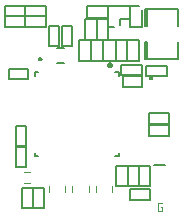
<source format=gbr>
G04 EAGLE Gerber RS-274X export*
G75*
%MOMM*%
%FSLAX34Y34*%
%LPD*%
%INSilkscreen Top*%
%IPPOS*%
%AMOC8*
5,1,8,0,0,1.08239X$1,22.5*%
G01*
%ADD10C,0.127000*%
%ADD11C,0.101600*%
%ADD12C,0.152400*%
%ADD13C,0.254000*%
%ADD14C,0.120000*%
%ADD15C,0.200000*%
%ADD16C,0.203200*%


D10*
X39300Y142000D02*
X48000Y142000D01*
X48000Y159000D01*
X39300Y159000D01*
X39300Y142000D01*
X50000Y142000D02*
X50000Y159000D01*
X50000Y142000D02*
X59000Y142000D01*
X59000Y159000D01*
X50000Y159000D01*
X100500Y125500D02*
X100500Y117000D01*
X117500Y117000D01*
X117500Y125500D01*
X100500Y125500D01*
X121500Y125000D02*
X121500Y116000D01*
X139000Y116000D01*
X139000Y125000D01*
X121500Y125000D01*
X101500Y116000D02*
X101500Y107000D01*
X118000Y107000D01*
X118000Y116000D01*
X101500Y116000D01*
X123500Y85500D02*
X123500Y76000D01*
X141000Y76000D01*
X141000Y85500D01*
X123500Y85500D01*
X123500Y66000D02*
X140500Y66000D01*
X140500Y75000D01*
X123500Y75000D01*
X123500Y66000D01*
X21500Y113500D02*
X5000Y113500D01*
X21500Y113500D02*
X21500Y122500D01*
X5000Y122500D01*
X5000Y113500D01*
X11000Y74000D02*
X11000Y57000D01*
X19500Y57000D01*
X19500Y74000D01*
X11000Y74000D01*
X11000Y56000D02*
X20000Y56000D01*
X19500Y55500D01*
X19500Y39000D01*
X11000Y39000D01*
X11000Y56000D01*
X96000Y23000D02*
X106000Y23000D01*
X115000Y23000D01*
X125000Y23000D01*
X125000Y40000D01*
X115000Y40000D01*
X106000Y40000D01*
X96000Y40000D01*
X96000Y23000D01*
X106000Y23000D02*
X106000Y40000D01*
X115000Y40000D02*
X115000Y23000D01*
X108000Y11500D02*
X125000Y11500D01*
X125000Y20500D01*
X108000Y20500D01*
X108000Y11500D01*
D11*
X134001Y5886D02*
X135187Y5878D01*
X135159Y1927D01*
X132789Y1943D01*
X132789Y1944D02*
X132711Y1946D01*
X132634Y1953D01*
X132557Y1963D01*
X132481Y1977D01*
X132405Y1994D01*
X132331Y2015D01*
X132257Y2040D01*
X132185Y2069D01*
X132115Y2100D01*
X132045Y2136D01*
X131978Y2174D01*
X131913Y2216D01*
X131850Y2262D01*
X131789Y2310D01*
X131731Y2361D01*
X131675Y2415D01*
X131622Y2471D01*
X131572Y2530D01*
X131524Y2592D01*
X131480Y2655D01*
X131439Y2721D01*
X131401Y2789D01*
X131367Y2858D01*
X131336Y2930D01*
X131309Y3002D01*
X131285Y3076D01*
X131265Y3151D01*
X131248Y3227D01*
X131236Y3303D01*
X131227Y3380D01*
X131221Y3458D01*
X131220Y3535D01*
X131219Y3535D02*
X131247Y7486D01*
X131249Y7564D01*
X131256Y7641D01*
X131266Y7718D01*
X131280Y7794D01*
X131297Y7870D01*
X131318Y7944D01*
X131343Y8018D01*
X131372Y8090D01*
X131403Y8160D01*
X131439Y8230D01*
X131477Y8297D01*
X131519Y8362D01*
X131565Y8425D01*
X131613Y8486D01*
X131664Y8544D01*
X131718Y8600D01*
X131774Y8653D01*
X131833Y8703D01*
X131895Y8751D01*
X131958Y8795D01*
X132024Y8836D01*
X132092Y8874D01*
X132161Y8908D01*
X132233Y8939D01*
X132305Y8966D01*
X132379Y8990D01*
X132454Y9010D01*
X132530Y9027D01*
X132606Y9039D01*
X132683Y9048D01*
X132760Y9054D01*
X132838Y9055D01*
X135209Y9039D01*
D10*
X26000Y5000D02*
X16000Y5000D01*
X26000Y5000D02*
X35000Y5000D01*
X35000Y22000D01*
X26000Y22000D01*
X16000Y22000D01*
X16000Y5000D01*
X26000Y5000D02*
X26000Y22000D01*
X2000Y167000D02*
X2000Y176000D01*
X2000Y167000D02*
X2000Y157500D01*
X19000Y157500D01*
X19000Y176000D01*
X2000Y176000D01*
X19000Y176000D02*
X36500Y176000D01*
X36500Y167000D01*
X36500Y157500D01*
X19000Y157500D01*
X2000Y167000D02*
X36500Y167000D01*
X64500Y129500D02*
X74500Y129500D01*
X85000Y129500D01*
X95500Y129500D01*
X105500Y129500D01*
X115500Y129500D01*
X115500Y147000D01*
X105500Y147000D01*
X95500Y147000D01*
X89000Y147000D01*
X85000Y147000D01*
X79500Y147000D01*
X74500Y147000D01*
X69500Y147000D01*
X64500Y147000D01*
X64500Y129500D01*
X74500Y129500D02*
X74500Y147000D01*
X85000Y147000D02*
X85000Y129500D01*
X95500Y129500D02*
X95500Y147000D01*
X105500Y147000D02*
X105500Y129500D01*
X69500Y147000D02*
X69500Y165000D01*
X79500Y165000D01*
X89000Y165000D01*
X89000Y147000D01*
X79500Y147000D02*
X79500Y165000D01*
X71500Y165500D02*
X71500Y175000D01*
X71500Y175500D02*
X89500Y175500D01*
X108000Y175500D01*
X115000Y175500D01*
X118000Y172500D02*
X118000Y158000D01*
X108000Y158000D01*
X108000Y165000D01*
X108000Y175500D01*
X89500Y165500D02*
X71500Y165500D01*
X89500Y165500D02*
X89500Y175500D01*
X99000Y165000D02*
X108000Y165000D01*
X94500Y157500D02*
X89500Y157500D01*
X99000Y160000D02*
X99000Y165000D01*
D12*
X98017Y119519D02*
X94969Y119519D01*
X29945Y119519D02*
X26897Y119519D01*
X26897Y51447D02*
X26897Y48399D01*
X26897Y116471D02*
X26897Y119519D01*
X94969Y48399D02*
X98017Y48399D01*
X29945Y48399D02*
X26897Y48399D01*
X98017Y48399D02*
X98017Y51447D01*
X98017Y116471D02*
X98017Y119519D01*
D13*
X90143Y124599D02*
X90073Y124601D01*
X90003Y124607D01*
X89934Y124616D01*
X89865Y124630D01*
X89797Y124647D01*
X89731Y124668D01*
X89665Y124692D01*
X89601Y124720D01*
X89539Y124752D01*
X89478Y124787D01*
X89419Y124825D01*
X89363Y124867D01*
X89309Y124911D01*
X89257Y124959D01*
X89209Y125009D01*
X89163Y125062D01*
X89120Y125117D01*
X89080Y125174D01*
X89043Y125234D01*
X89010Y125296D01*
X88980Y125359D01*
X88954Y125424D01*
X88931Y125490D01*
X88912Y125557D01*
X88897Y125626D01*
X88885Y125695D01*
X88877Y125764D01*
X88873Y125834D01*
X88873Y125904D01*
X88877Y125974D01*
X88885Y126043D01*
X88897Y126112D01*
X88912Y126181D01*
X88931Y126248D01*
X88954Y126314D01*
X88980Y126379D01*
X89010Y126442D01*
X89043Y126504D01*
X89080Y126564D01*
X89120Y126621D01*
X89163Y126676D01*
X89209Y126729D01*
X89257Y126779D01*
X89309Y126827D01*
X89363Y126871D01*
X89419Y126913D01*
X89478Y126951D01*
X89539Y126986D01*
X89601Y127018D01*
X89665Y127046D01*
X89731Y127070D01*
X89797Y127091D01*
X89865Y127108D01*
X89934Y127122D01*
X90003Y127131D01*
X90073Y127137D01*
X90143Y127139D01*
X90213Y127137D01*
X90283Y127131D01*
X90352Y127122D01*
X90421Y127108D01*
X90489Y127091D01*
X90555Y127070D01*
X90621Y127046D01*
X90685Y127018D01*
X90747Y126986D01*
X90808Y126951D01*
X90867Y126913D01*
X90923Y126871D01*
X90977Y126827D01*
X91029Y126779D01*
X91077Y126729D01*
X91123Y126676D01*
X91166Y126621D01*
X91206Y126564D01*
X91243Y126504D01*
X91276Y126442D01*
X91306Y126379D01*
X91332Y126314D01*
X91355Y126248D01*
X91374Y126181D01*
X91389Y126112D01*
X91401Y126043D01*
X91409Y125974D01*
X91413Y125904D01*
X91413Y125834D01*
X91409Y125764D01*
X91401Y125695D01*
X91389Y125626D01*
X91374Y125557D01*
X91355Y125490D01*
X91332Y125424D01*
X91306Y125359D01*
X91276Y125296D01*
X91243Y125234D01*
X91206Y125174D01*
X91166Y125117D01*
X91123Y125062D01*
X91077Y125009D01*
X91029Y124959D01*
X90977Y124911D01*
X90923Y124867D01*
X90867Y124825D01*
X90808Y124787D01*
X90747Y124752D01*
X90685Y124720D01*
X90621Y124692D01*
X90555Y124668D01*
X90489Y124647D01*
X90421Y124630D01*
X90352Y124616D01*
X90283Y124607D01*
X90213Y124601D01*
X90143Y124599D01*
D14*
X92764Y23297D02*
X92764Y18197D01*
X78764Y18197D02*
X78764Y23297D01*
X38840Y23237D02*
X38840Y18137D01*
X52840Y18137D02*
X52840Y23237D01*
X23132Y26029D02*
X18230Y26029D01*
X18230Y35029D02*
X23132Y35029D01*
X72844Y23204D02*
X72844Y18104D01*
X58844Y18104D02*
X58844Y23204D01*
D15*
X125294Y113538D02*
X125232Y113540D01*
X125171Y113546D01*
X125110Y113555D01*
X125050Y113568D01*
X124991Y113585D01*
X124933Y113606D01*
X124876Y113630D01*
X124821Y113657D01*
X124768Y113688D01*
X124716Y113722D01*
X124667Y113759D01*
X124620Y113799D01*
X124576Y113842D01*
X124535Y113887D01*
X124496Y113935D01*
X124460Y113986D01*
X124428Y114038D01*
X124399Y114092D01*
X124373Y114148D01*
X124351Y114206D01*
X124332Y114264D01*
X124317Y114324D01*
X124306Y114385D01*
X124298Y114446D01*
X124294Y114507D01*
X124294Y114569D01*
X124298Y114630D01*
X124306Y114691D01*
X124317Y114752D01*
X124332Y114812D01*
X124351Y114870D01*
X124373Y114928D01*
X124399Y114984D01*
X124428Y115038D01*
X124460Y115090D01*
X124496Y115141D01*
X124535Y115189D01*
X124576Y115234D01*
X124620Y115277D01*
X124667Y115317D01*
X124716Y115354D01*
X124768Y115388D01*
X124821Y115419D01*
X124876Y115446D01*
X124933Y115470D01*
X124991Y115491D01*
X125050Y115508D01*
X125110Y115521D01*
X125171Y115530D01*
X125232Y115536D01*
X125294Y115538D01*
X125356Y115536D01*
X125417Y115530D01*
X125478Y115521D01*
X125538Y115508D01*
X125597Y115491D01*
X125655Y115470D01*
X125712Y115446D01*
X125767Y115419D01*
X125820Y115388D01*
X125872Y115354D01*
X125921Y115317D01*
X125968Y115277D01*
X126012Y115234D01*
X126053Y115189D01*
X126092Y115141D01*
X126128Y115090D01*
X126160Y115038D01*
X126189Y114984D01*
X126215Y114928D01*
X126237Y114870D01*
X126256Y114812D01*
X126271Y114752D01*
X126282Y114691D01*
X126290Y114630D01*
X126294Y114569D01*
X126294Y114507D01*
X126290Y114446D01*
X126282Y114385D01*
X126271Y114324D01*
X126256Y114264D01*
X126237Y114206D01*
X126215Y114148D01*
X126189Y114092D01*
X126160Y114038D01*
X126128Y113986D01*
X126092Y113935D01*
X126053Y113887D01*
X126012Y113842D01*
X125968Y113799D01*
X125921Y113759D01*
X125872Y113722D01*
X125820Y113688D01*
X125767Y113657D01*
X125712Y113630D01*
X125655Y113606D01*
X125597Y113585D01*
X125538Y113568D01*
X125478Y113555D01*
X125417Y113546D01*
X125356Y113540D01*
X125294Y113538D01*
D12*
X51922Y127747D02*
X45922Y127747D01*
X45922Y139747D02*
X51922Y139747D01*
D15*
X30817Y130789D02*
X30819Y130852D01*
X30825Y130914D01*
X30835Y130976D01*
X30848Y131038D01*
X30866Y131098D01*
X30887Y131157D01*
X30912Y131215D01*
X30941Y131271D01*
X30973Y131325D01*
X31008Y131377D01*
X31046Y131426D01*
X31088Y131474D01*
X31132Y131518D01*
X31180Y131560D01*
X31229Y131598D01*
X31281Y131633D01*
X31335Y131665D01*
X31391Y131694D01*
X31449Y131719D01*
X31508Y131740D01*
X31568Y131758D01*
X31630Y131771D01*
X31692Y131781D01*
X31754Y131787D01*
X31817Y131789D01*
X31880Y131787D01*
X31942Y131781D01*
X32004Y131771D01*
X32066Y131758D01*
X32126Y131740D01*
X32185Y131719D01*
X32243Y131694D01*
X32299Y131665D01*
X32353Y131633D01*
X32405Y131598D01*
X32454Y131560D01*
X32502Y131518D01*
X32546Y131474D01*
X32588Y131426D01*
X32626Y131377D01*
X32661Y131325D01*
X32693Y131271D01*
X32722Y131215D01*
X32747Y131157D01*
X32768Y131098D01*
X32786Y131038D01*
X32799Y130976D01*
X32809Y130914D01*
X32815Y130852D01*
X32817Y130789D01*
X32815Y130726D01*
X32809Y130664D01*
X32799Y130602D01*
X32786Y130540D01*
X32768Y130480D01*
X32747Y130421D01*
X32722Y130363D01*
X32693Y130307D01*
X32661Y130253D01*
X32626Y130201D01*
X32588Y130152D01*
X32546Y130104D01*
X32502Y130060D01*
X32454Y130018D01*
X32405Y129980D01*
X32353Y129945D01*
X32299Y129913D01*
X32243Y129884D01*
X32185Y129859D01*
X32126Y129838D01*
X32066Y129820D01*
X32004Y129807D01*
X31942Y129797D01*
X31880Y129791D01*
X31817Y129789D01*
X31754Y129791D01*
X31692Y129797D01*
X31630Y129807D01*
X31568Y129820D01*
X31508Y129838D01*
X31449Y129859D01*
X31391Y129884D01*
X31335Y129913D01*
X31281Y129945D01*
X31229Y129980D01*
X31180Y130018D01*
X31132Y130060D01*
X31088Y130104D01*
X31046Y130152D01*
X31008Y130201D01*
X30973Y130253D01*
X30941Y130307D01*
X30912Y130363D01*
X30887Y130421D01*
X30866Y130480D01*
X30848Y130540D01*
X30835Y130602D01*
X30825Y130664D01*
X30819Y130726D01*
X30817Y130789D01*
D10*
X128154Y40762D02*
X137679Y40762D01*
D16*
X122500Y131000D02*
X122500Y145000D01*
X122500Y131000D02*
X148500Y131000D01*
X148500Y173000D02*
X122500Y173000D01*
X122500Y159000D01*
X148500Y145000D02*
X148500Y131000D01*
X148500Y159000D02*
X148500Y173000D01*
X121500Y145000D02*
X121500Y132000D01*
X121500Y159000D02*
X121500Y172000D01*
X120500Y145000D02*
X120500Y131000D01*
X120500Y159000D02*
X120500Y173000D01*
X120500Y131000D02*
X122500Y131000D01*
X122500Y145000D02*
X120500Y145000D01*
X120500Y159000D02*
X122500Y159000D01*
X122500Y173000D02*
X120500Y173000D01*
M02*

</source>
